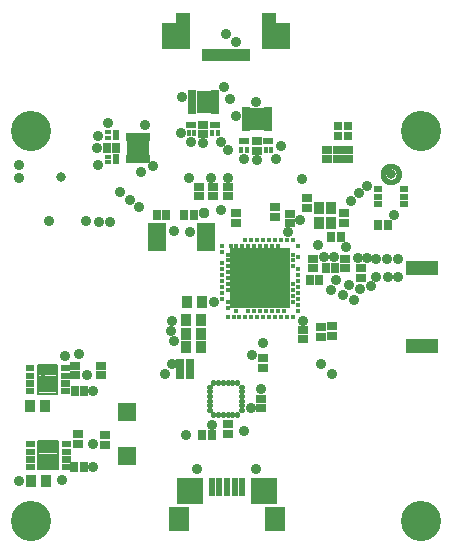
<source format=gts>
G75*
%MOIN*%
%OFA0B0*%
%FSLAX25Y25*%
%IPPOS*%
%LPD*%
%AMOC8*
5,1,8,0,0,1.08239X$1,22.5*
%
%ADD10C,0.13398*%
%ADD11R,0.03556X0.04343*%
%ADD12R,0.03556X0.02769*%
%ADD13C,0.00710*%
%ADD14C,0.00198*%
%ADD15R,0.02572X0.02572*%
%ADD16R,0.09068X0.08674*%
%ADD17R,0.07099X0.08280*%
%ADD18R,0.02375X0.06115*%
%ADD19R,0.01981X0.03950*%
%ADD20R,0.04528X0.08661*%
%ADD21R,0.05118X0.12008*%
%ADD22R,0.07493X0.04737*%
%ADD23R,0.01981X0.02769*%
%ADD24R,0.04737X0.07493*%
%ADD25R,0.02769X0.01981*%
%ADD26C,0.03162*%
%ADD27R,0.03162X0.02375*%
%ADD28C,0.01772*%
%ADD29R,0.01194X0.01194*%
%ADD30R,0.02769X0.03556*%
%ADD31R,0.10800X0.04800*%
%ADD32R,0.03556X0.03950*%
%ADD33C,0.01587*%
%ADD34R,0.19894X0.19894*%
%ADD35R,0.05918X0.09461*%
%ADD36C,0.01587*%
%ADD37R,0.02375X0.01784*%
%ADD38R,0.02375X0.03556*%
%ADD39R,0.01784X0.02375*%
%ADD40R,0.03556X0.02375*%
%ADD41R,0.06312X0.06312*%
%ADD42C,0.02800*%
%ADD43C,0.03600*%
%ADD44C,0.02780*%
%ADD45C,0.03580*%
%ADD46C,0.02900*%
%ADD47C,0.03700*%
D10*
X0010000Y0010000D03*
X0140000Y0010000D03*
X0140000Y0140000D03*
X0010000Y0140000D03*
D11*
X0015030Y0023357D03*
X0009912Y0023357D03*
X0062017Y0082949D03*
X0067135Y0082949D03*
X0061717Y0067959D03*
X0066835Y0067959D03*
X0061623Y0077011D03*
X0066741Y0077011D03*
X0061671Y0072272D03*
X0066789Y0072272D03*
X0014677Y0048157D03*
X0009559Y0048157D03*
D12*
X0034734Y0038469D03*
X0034734Y0035319D03*
X0025588Y0038851D03*
X0025588Y0035701D03*
X0102131Y0117510D03*
X0102131Y0114361D03*
X0114302Y0112412D03*
X0114302Y0109263D03*
X0104111Y0097286D03*
X0104111Y0094137D03*
X0114850Y0097286D03*
X0114850Y0094136D03*
X0066013Y0121336D03*
X0066013Y0118187D03*
X0087413Y0061037D03*
X0087413Y0064186D03*
X0100725Y0070420D03*
X0100725Y0073569D03*
X0096223Y0112315D03*
X0096223Y0109166D03*
X0078420Y0109346D03*
X0078420Y0112496D03*
X0075813Y0121336D03*
X0075813Y0118187D03*
X0070813Y0121336D03*
X0070813Y0118187D03*
X0091351Y0114520D03*
X0091351Y0111370D03*
X0119923Y0091016D03*
X0119923Y0094165D03*
X0115823Y0130563D03*
X0115823Y0133713D03*
X0108724Y0130583D03*
X0108724Y0133732D03*
X0112445Y0130567D03*
X0112445Y0133717D03*
X0106693Y0071260D03*
X0106693Y0074409D03*
X0110236Y0071654D03*
X0110236Y0074803D03*
X0086697Y0050602D03*
X0086697Y0047453D03*
X0075642Y0039008D03*
X0075642Y0042157D03*
X0067445Y0142043D03*
X0067445Y0138894D03*
X0085217Y0136512D03*
X0085217Y0133362D03*
X0033248Y0061693D03*
X0033248Y0058543D03*
X0024776Y0061571D03*
X0024776Y0058421D03*
D13*
X0018905Y0027088D02*
X0012517Y0027088D01*
X0012517Y0036626D01*
X0018905Y0036626D01*
X0018905Y0027088D01*
X0018905Y0027797D02*
X0012517Y0027797D01*
X0012517Y0028506D02*
X0018905Y0028506D01*
X0018905Y0029215D02*
X0012517Y0029215D01*
X0012517Y0029924D02*
X0018905Y0029924D01*
X0018905Y0030633D02*
X0012517Y0030633D01*
X0012517Y0031342D02*
X0018905Y0031342D01*
X0018905Y0032051D02*
X0012517Y0032051D01*
X0012517Y0032760D02*
X0018905Y0032760D01*
X0018905Y0033469D02*
X0012517Y0033469D01*
X0012517Y0034178D02*
X0018905Y0034178D01*
X0018905Y0034887D02*
X0012517Y0034887D01*
X0012517Y0035596D02*
X0018905Y0035596D01*
X0018905Y0036305D02*
X0012517Y0036305D01*
X0018677Y0052377D02*
X0012289Y0052377D01*
X0012289Y0061915D01*
X0018677Y0061915D01*
X0018677Y0052377D01*
X0018677Y0053086D02*
X0012289Y0053086D01*
X0012289Y0053795D02*
X0018677Y0053795D01*
X0018677Y0054504D02*
X0012289Y0054504D01*
X0012289Y0055213D02*
X0018677Y0055213D01*
X0018677Y0055922D02*
X0012289Y0055922D01*
X0012289Y0056631D02*
X0018677Y0056631D01*
X0018677Y0057340D02*
X0012289Y0057340D01*
X0012289Y0058049D02*
X0018677Y0058049D01*
X0018677Y0058758D02*
X0012289Y0058758D01*
X0012289Y0059467D02*
X0018677Y0059467D01*
X0018677Y0060176D02*
X0012289Y0060176D01*
X0012289Y0060885D02*
X0018677Y0060885D01*
X0018677Y0061594D02*
X0012289Y0061594D01*
D14*
X0011091Y0034805D02*
X0008521Y0034805D01*
X0008521Y0036587D01*
X0011091Y0036587D01*
X0011091Y0034805D01*
X0011091Y0035002D02*
X0008521Y0035002D01*
X0008521Y0035199D02*
X0011091Y0035199D01*
X0011091Y0035396D02*
X0008521Y0035396D01*
X0008521Y0035593D02*
X0011091Y0035593D01*
X0011091Y0035790D02*
X0008521Y0035790D01*
X0008521Y0035987D02*
X0011091Y0035987D01*
X0011091Y0036184D02*
X0008521Y0036184D01*
X0008521Y0036381D02*
X0011091Y0036381D01*
X0011091Y0036578D02*
X0008521Y0036578D01*
X0011091Y0032246D02*
X0008521Y0032246D01*
X0008521Y0034028D01*
X0011091Y0034028D01*
X0011091Y0032246D01*
X0011091Y0032443D02*
X0008521Y0032443D01*
X0008521Y0032640D02*
X0011091Y0032640D01*
X0011091Y0032837D02*
X0008521Y0032837D01*
X0008521Y0033034D02*
X0011091Y0033034D01*
X0011091Y0033231D02*
X0008521Y0033231D01*
X0008521Y0033428D02*
X0011091Y0033428D01*
X0011091Y0033625D02*
X0008521Y0033625D01*
X0008521Y0033822D02*
X0011091Y0033822D01*
X0011091Y0034019D02*
X0008521Y0034019D01*
X0011091Y0029687D02*
X0008521Y0029687D01*
X0008521Y0031469D01*
X0011091Y0031469D01*
X0011091Y0029687D01*
X0011091Y0029884D02*
X0008521Y0029884D01*
X0008521Y0030081D02*
X0011091Y0030081D01*
X0011091Y0030278D02*
X0008521Y0030278D01*
X0008521Y0030475D02*
X0011091Y0030475D01*
X0011091Y0030672D02*
X0008521Y0030672D01*
X0008521Y0030869D02*
X0011091Y0030869D01*
X0011091Y0031066D02*
X0008521Y0031066D01*
X0008521Y0031263D02*
X0011091Y0031263D01*
X0011091Y0031460D02*
X0008521Y0031460D01*
X0011091Y0027128D02*
X0008521Y0027128D01*
X0008521Y0028910D01*
X0011091Y0028910D01*
X0011091Y0027128D01*
X0011091Y0027325D02*
X0008521Y0027325D01*
X0008521Y0027522D02*
X0011091Y0027522D01*
X0011091Y0027719D02*
X0008521Y0027719D01*
X0008521Y0027916D02*
X0011091Y0027916D01*
X0011091Y0028113D02*
X0008521Y0028113D01*
X0008521Y0028310D02*
X0011091Y0028310D01*
X0011091Y0028507D02*
X0008521Y0028507D01*
X0008521Y0028704D02*
X0011091Y0028704D01*
X0011091Y0028901D02*
X0008521Y0028901D01*
X0022902Y0027128D02*
X0020332Y0027128D01*
X0020332Y0028910D01*
X0022902Y0028910D01*
X0022902Y0027128D01*
X0022902Y0027325D02*
X0020332Y0027325D01*
X0020332Y0027522D02*
X0022902Y0027522D01*
X0022902Y0027719D02*
X0020332Y0027719D01*
X0020332Y0027916D02*
X0022902Y0027916D01*
X0022902Y0028113D02*
X0020332Y0028113D01*
X0020332Y0028310D02*
X0022902Y0028310D01*
X0022902Y0028507D02*
X0020332Y0028507D01*
X0020332Y0028704D02*
X0022902Y0028704D01*
X0022902Y0028901D02*
X0020332Y0028901D01*
X0022902Y0029687D02*
X0020332Y0029687D01*
X0020332Y0031469D01*
X0022902Y0031469D01*
X0022902Y0029687D01*
X0022902Y0029884D02*
X0020332Y0029884D01*
X0020332Y0030081D02*
X0022902Y0030081D01*
X0022902Y0030278D02*
X0020332Y0030278D01*
X0020332Y0030475D02*
X0022902Y0030475D01*
X0022902Y0030672D02*
X0020332Y0030672D01*
X0020332Y0030869D02*
X0022902Y0030869D01*
X0022902Y0031066D02*
X0020332Y0031066D01*
X0020332Y0031263D02*
X0022902Y0031263D01*
X0022902Y0031460D02*
X0020332Y0031460D01*
X0022902Y0032246D02*
X0020332Y0032246D01*
X0020332Y0034028D01*
X0022902Y0034028D01*
X0022902Y0032246D01*
X0022902Y0032443D02*
X0020332Y0032443D01*
X0020332Y0032640D02*
X0022902Y0032640D01*
X0022902Y0032837D02*
X0020332Y0032837D01*
X0020332Y0033034D02*
X0022902Y0033034D01*
X0022902Y0033231D02*
X0020332Y0033231D01*
X0020332Y0033428D02*
X0022902Y0033428D01*
X0022902Y0033625D02*
X0020332Y0033625D01*
X0020332Y0033822D02*
X0022902Y0033822D01*
X0022902Y0034019D02*
X0020332Y0034019D01*
X0022902Y0034805D02*
X0020332Y0034805D01*
X0020332Y0036587D01*
X0022902Y0036587D01*
X0022902Y0034805D01*
X0022902Y0035002D02*
X0020332Y0035002D01*
X0020332Y0035199D02*
X0022902Y0035199D01*
X0022902Y0035396D02*
X0020332Y0035396D01*
X0020332Y0035593D02*
X0022902Y0035593D01*
X0022902Y0035790D02*
X0020332Y0035790D01*
X0020332Y0035987D02*
X0022902Y0035987D01*
X0022902Y0036184D02*
X0020332Y0036184D01*
X0020332Y0036381D02*
X0022902Y0036381D01*
X0022902Y0036578D02*
X0020332Y0036578D01*
X0010863Y0060093D02*
X0008293Y0060093D01*
X0008293Y0061875D01*
X0010863Y0061875D01*
X0010863Y0060093D01*
X0010863Y0060290D02*
X0008293Y0060290D01*
X0008293Y0060487D02*
X0010863Y0060487D01*
X0010863Y0060684D02*
X0008293Y0060684D01*
X0008293Y0060881D02*
X0010863Y0060881D01*
X0010863Y0061078D02*
X0008293Y0061078D01*
X0008293Y0061275D02*
X0010863Y0061275D01*
X0010863Y0061472D02*
X0008293Y0061472D01*
X0008293Y0061669D02*
X0010863Y0061669D01*
X0010863Y0061866D02*
X0008293Y0061866D01*
X0010863Y0057534D02*
X0008293Y0057534D01*
X0008293Y0059316D01*
X0010863Y0059316D01*
X0010863Y0057534D01*
X0010863Y0057731D02*
X0008293Y0057731D01*
X0008293Y0057928D02*
X0010863Y0057928D01*
X0010863Y0058125D02*
X0008293Y0058125D01*
X0008293Y0058322D02*
X0010863Y0058322D01*
X0010863Y0058519D02*
X0008293Y0058519D01*
X0008293Y0058716D02*
X0010863Y0058716D01*
X0010863Y0058913D02*
X0008293Y0058913D01*
X0008293Y0059110D02*
X0010863Y0059110D01*
X0010863Y0059307D02*
X0008293Y0059307D01*
X0010863Y0054975D02*
X0008293Y0054975D01*
X0008293Y0056757D01*
X0010863Y0056757D01*
X0010863Y0054975D01*
X0010863Y0055172D02*
X0008293Y0055172D01*
X0008293Y0055369D02*
X0010863Y0055369D01*
X0010863Y0055566D02*
X0008293Y0055566D01*
X0008293Y0055763D02*
X0010863Y0055763D01*
X0010863Y0055960D02*
X0008293Y0055960D01*
X0008293Y0056157D02*
X0010863Y0056157D01*
X0010863Y0056354D02*
X0008293Y0056354D01*
X0008293Y0056551D02*
X0010863Y0056551D01*
X0010863Y0056748D02*
X0008293Y0056748D01*
X0010863Y0052416D02*
X0008293Y0052416D01*
X0008293Y0054198D01*
X0010863Y0054198D01*
X0010863Y0052416D01*
X0010863Y0052613D02*
X0008293Y0052613D01*
X0008293Y0052810D02*
X0010863Y0052810D01*
X0010863Y0053007D02*
X0008293Y0053007D01*
X0008293Y0053204D02*
X0010863Y0053204D01*
X0010863Y0053401D02*
X0008293Y0053401D01*
X0008293Y0053598D02*
X0010863Y0053598D01*
X0010863Y0053795D02*
X0008293Y0053795D01*
X0008293Y0053992D02*
X0010863Y0053992D01*
X0010863Y0054189D02*
X0008293Y0054189D01*
X0022674Y0052416D02*
X0020104Y0052416D01*
X0020104Y0054198D01*
X0022674Y0054198D01*
X0022674Y0052416D01*
X0022674Y0052613D02*
X0020104Y0052613D01*
X0020104Y0052810D02*
X0022674Y0052810D01*
X0022674Y0053007D02*
X0020104Y0053007D01*
X0020104Y0053204D02*
X0022674Y0053204D01*
X0022674Y0053401D02*
X0020104Y0053401D01*
X0020104Y0053598D02*
X0022674Y0053598D01*
X0022674Y0053795D02*
X0020104Y0053795D01*
X0020104Y0053992D02*
X0022674Y0053992D01*
X0022674Y0054189D02*
X0020104Y0054189D01*
X0022674Y0054975D02*
X0020104Y0054975D01*
X0020104Y0056757D01*
X0022674Y0056757D01*
X0022674Y0054975D01*
X0022674Y0055172D02*
X0020104Y0055172D01*
X0020104Y0055369D02*
X0022674Y0055369D01*
X0022674Y0055566D02*
X0020104Y0055566D01*
X0020104Y0055763D02*
X0022674Y0055763D01*
X0022674Y0055960D02*
X0020104Y0055960D01*
X0020104Y0056157D02*
X0022674Y0056157D01*
X0022674Y0056354D02*
X0020104Y0056354D01*
X0020104Y0056551D02*
X0022674Y0056551D01*
X0022674Y0056748D02*
X0020104Y0056748D01*
X0022674Y0057534D02*
X0020104Y0057534D01*
X0020104Y0059316D01*
X0022674Y0059316D01*
X0022674Y0057534D01*
X0022674Y0057731D02*
X0020104Y0057731D01*
X0020104Y0057928D02*
X0022674Y0057928D01*
X0022674Y0058125D02*
X0020104Y0058125D01*
X0020104Y0058322D02*
X0022674Y0058322D01*
X0022674Y0058519D02*
X0020104Y0058519D01*
X0020104Y0058716D02*
X0022674Y0058716D01*
X0022674Y0058913D02*
X0020104Y0058913D01*
X0020104Y0059110D02*
X0022674Y0059110D01*
X0022674Y0059307D02*
X0020104Y0059307D01*
X0022674Y0060093D02*
X0020104Y0060093D01*
X0020104Y0061875D01*
X0022674Y0061875D01*
X0022674Y0060093D01*
X0022674Y0060290D02*
X0020104Y0060290D01*
X0020104Y0060487D02*
X0022674Y0060487D01*
X0022674Y0060684D02*
X0020104Y0060684D01*
X0020104Y0060881D02*
X0022674Y0060881D01*
X0022674Y0061078D02*
X0020104Y0061078D01*
X0020104Y0061275D02*
X0022674Y0061275D01*
X0022674Y0061472D02*
X0020104Y0061472D01*
X0020104Y0061669D02*
X0022674Y0061669D01*
X0022674Y0061866D02*
X0020104Y0061866D01*
D15*
X0115810Y0141579D03*
X0115810Y0138232D03*
X0112463Y0138232D03*
X0112463Y0141579D03*
D16*
X0063189Y0019970D03*
X0087598Y0019970D03*
D17*
X0059252Y0010718D03*
X0091535Y0010718D03*
D18*
X0070276Y0021250D03*
X0072835Y0021250D03*
X0075394Y0021250D03*
X0077953Y0021250D03*
X0080512Y0021250D03*
D19*
X0081890Y0165157D03*
X0079921Y0165157D03*
X0077953Y0165157D03*
X0075984Y0165157D03*
X0074016Y0165157D03*
X0072047Y0165157D03*
X0070079Y0165157D03*
X0068110Y0165157D03*
D20*
X0056004Y0171457D03*
X0093996Y0171457D03*
D21*
X0060630Y0173130D03*
X0089370Y0173130D03*
D22*
X0045673Y0134217D03*
D23*
X0042720Y0130476D03*
X0044689Y0130476D03*
X0046657Y0130476D03*
X0048626Y0130476D03*
X0048626Y0137957D03*
X0046657Y0137957D03*
X0044689Y0137957D03*
X0042720Y0137957D03*
D24*
X0067610Y0149583D03*
X0085390Y0143846D03*
D25*
X0071350Y0146630D03*
X0071350Y0148598D03*
X0071350Y0150567D03*
X0071350Y0152535D03*
X0063870Y0152535D03*
X0063870Y0150567D03*
X0063870Y0148598D03*
X0063870Y0146630D03*
X0089130Y0140894D03*
X0089130Y0142862D03*
X0089130Y0144831D03*
X0089130Y0146799D03*
X0081650Y0146799D03*
X0081650Y0144831D03*
X0081650Y0142862D03*
X0081650Y0140894D03*
D26*
X0020000Y0124579D03*
X0130000Y0125579D03*
D27*
X0125768Y0120559D03*
X0125768Y0118000D03*
X0125768Y0115441D03*
X0134232Y0115441D03*
X0134232Y0118000D03*
X0134232Y0120559D03*
D28*
X0127343Y0125579D02*
X0127345Y0125682D01*
X0127351Y0125785D01*
X0127361Y0125887D01*
X0127375Y0125990D01*
X0127393Y0126091D01*
X0127415Y0126192D01*
X0127440Y0126292D01*
X0127470Y0126390D01*
X0127503Y0126488D01*
X0127540Y0126584D01*
X0127581Y0126678D01*
X0127626Y0126771D01*
X0127674Y0126863D01*
X0127725Y0126952D01*
X0127780Y0127039D01*
X0127838Y0127124D01*
X0127900Y0127207D01*
X0127965Y0127287D01*
X0128032Y0127365D01*
X0128103Y0127439D01*
X0128177Y0127512D01*
X0128253Y0127581D01*
X0128332Y0127647D01*
X0128413Y0127710D01*
X0128497Y0127770D01*
X0128583Y0127827D01*
X0128671Y0127880D01*
X0128762Y0127930D01*
X0128854Y0127976D01*
X0128948Y0128019D01*
X0129043Y0128058D01*
X0129140Y0128093D01*
X0129238Y0128124D01*
X0129337Y0128152D01*
X0129438Y0128176D01*
X0129539Y0128196D01*
X0129640Y0128212D01*
X0129743Y0128224D01*
X0129846Y0128232D01*
X0129948Y0128236D01*
X0130052Y0128236D01*
X0130154Y0128232D01*
X0130257Y0128224D01*
X0130360Y0128212D01*
X0130461Y0128196D01*
X0130562Y0128176D01*
X0130663Y0128152D01*
X0130762Y0128124D01*
X0130860Y0128093D01*
X0130957Y0128058D01*
X0131052Y0128019D01*
X0131146Y0127976D01*
X0131238Y0127930D01*
X0131328Y0127880D01*
X0131417Y0127827D01*
X0131503Y0127770D01*
X0131587Y0127710D01*
X0131668Y0127647D01*
X0131747Y0127581D01*
X0131823Y0127512D01*
X0131897Y0127439D01*
X0131968Y0127365D01*
X0132035Y0127287D01*
X0132100Y0127207D01*
X0132162Y0127124D01*
X0132220Y0127039D01*
X0132275Y0126952D01*
X0132326Y0126863D01*
X0132374Y0126771D01*
X0132419Y0126678D01*
X0132460Y0126584D01*
X0132497Y0126488D01*
X0132530Y0126390D01*
X0132560Y0126292D01*
X0132585Y0126192D01*
X0132607Y0126091D01*
X0132625Y0125990D01*
X0132639Y0125887D01*
X0132649Y0125785D01*
X0132655Y0125682D01*
X0132657Y0125579D01*
X0132655Y0125476D01*
X0132649Y0125373D01*
X0132639Y0125271D01*
X0132625Y0125168D01*
X0132607Y0125067D01*
X0132585Y0124966D01*
X0132560Y0124866D01*
X0132530Y0124768D01*
X0132497Y0124670D01*
X0132460Y0124574D01*
X0132419Y0124480D01*
X0132374Y0124387D01*
X0132326Y0124295D01*
X0132275Y0124206D01*
X0132220Y0124119D01*
X0132162Y0124034D01*
X0132100Y0123951D01*
X0132035Y0123871D01*
X0131968Y0123793D01*
X0131897Y0123719D01*
X0131823Y0123646D01*
X0131747Y0123577D01*
X0131668Y0123511D01*
X0131587Y0123448D01*
X0131503Y0123388D01*
X0131417Y0123331D01*
X0131329Y0123278D01*
X0131238Y0123228D01*
X0131146Y0123182D01*
X0131052Y0123139D01*
X0130957Y0123100D01*
X0130860Y0123065D01*
X0130762Y0123034D01*
X0130663Y0123006D01*
X0130562Y0122982D01*
X0130461Y0122962D01*
X0130360Y0122946D01*
X0130257Y0122934D01*
X0130154Y0122926D01*
X0130052Y0122922D01*
X0129948Y0122922D01*
X0129846Y0122926D01*
X0129743Y0122934D01*
X0129640Y0122946D01*
X0129539Y0122962D01*
X0129438Y0122982D01*
X0129337Y0123006D01*
X0129238Y0123034D01*
X0129140Y0123065D01*
X0129043Y0123100D01*
X0128948Y0123139D01*
X0128854Y0123182D01*
X0128762Y0123228D01*
X0128672Y0123278D01*
X0128583Y0123331D01*
X0128497Y0123388D01*
X0128413Y0123448D01*
X0128332Y0123511D01*
X0128253Y0123577D01*
X0128177Y0123646D01*
X0128103Y0123719D01*
X0128032Y0123793D01*
X0127965Y0123871D01*
X0127900Y0123951D01*
X0127838Y0124034D01*
X0127780Y0124119D01*
X0127725Y0124206D01*
X0127674Y0124295D01*
X0127626Y0124387D01*
X0127581Y0124480D01*
X0127540Y0124574D01*
X0127503Y0124670D01*
X0127470Y0124768D01*
X0127440Y0124866D01*
X0127415Y0124966D01*
X0127393Y0125067D01*
X0127375Y0125168D01*
X0127361Y0125271D01*
X0127351Y0125373D01*
X0127345Y0125476D01*
X0127343Y0125579D01*
D29*
X0130000Y0128236D03*
X0130000Y0122724D03*
X0132756Y0125480D03*
X0127244Y0125874D03*
D30*
X0128913Y0108461D03*
X0125764Y0108461D03*
X0106123Y0090346D03*
X0102973Y0090346D03*
X0055112Y0111785D03*
X0051963Y0111785D03*
X0061069Y0111761D03*
X0064219Y0111761D03*
X0113323Y0104410D03*
X0110173Y0104410D03*
X0108293Y0094134D03*
X0111443Y0094134D03*
X0024433Y0028055D03*
X0027583Y0028055D03*
X0062976Y0058799D03*
X0059827Y0058799D03*
X0062992Y0062181D03*
X0059843Y0062181D03*
X0067130Y0038551D03*
X0070280Y0038551D03*
X0038433Y0134303D03*
X0035283Y0134303D03*
X0024720Y0053295D03*
X0027870Y0053295D03*
D31*
X0140225Y0094174D03*
X0140225Y0068174D03*
D32*
X0109902Y0114372D03*
X0105965Y0114372D03*
X0109902Y0109254D03*
X0105965Y0109254D03*
D33*
X0083461Y0103657D03*
X0085429Y0103657D03*
X0081492Y0103657D03*
X0086413Y0101688D03*
X0084445Y0101688D03*
X0082476Y0101688D03*
X0080508Y0101688D03*
X0078539Y0101688D03*
X0076571Y0101688D03*
X0073618Y0101688D03*
X0073618Y0099720D03*
X0075587Y0098735D03*
X0075587Y0096767D03*
X0073618Y0095783D03*
X0075587Y0094798D03*
X0073618Y0093814D03*
X0075587Y0092830D03*
X0073618Y0091846D03*
X0075587Y0090861D03*
X0073618Y0089877D03*
X0075587Y0088893D03*
X0073618Y0087909D03*
X0075587Y0086924D03*
X0073618Y0085940D03*
X0073618Y0083972D03*
X0075587Y0082987D03*
X0075587Y0081019D03*
X0086413Y0080035D03*
X0084445Y0080035D03*
X0082476Y0080035D03*
X0078539Y0080035D03*
X0077555Y0078066D03*
X0075587Y0078066D03*
X0079524Y0078066D03*
X0081492Y0078066D03*
X0083461Y0078066D03*
X0085429Y0078066D03*
X0087398Y0078066D03*
X0088382Y0080035D03*
X0089366Y0078066D03*
X0090350Y0080035D03*
X0091335Y0078066D03*
X0092319Y0080035D03*
X0093303Y0078066D03*
X0094287Y0080035D03*
X0095272Y0078066D03*
X0097240Y0078066D03*
X0099209Y0080035D03*
X0099209Y0082003D03*
X0097240Y0082987D03*
X0099209Y0083972D03*
X0097240Y0084956D03*
X0099209Y0085940D03*
X0097240Y0086924D03*
X0099209Y0087909D03*
X0097240Y0088893D03*
X0099209Y0089877D03*
X0099209Y0091846D03*
X0099209Y0093814D03*
X0097240Y0094798D03*
X0097240Y0096767D03*
X0099209Y0097751D03*
X0097240Y0098735D03*
X0099209Y0101688D03*
X0097240Y0103657D03*
X0095272Y0103657D03*
X0093303Y0103657D03*
X0091335Y0103657D03*
X0089366Y0103657D03*
X0087398Y0103657D03*
X0088382Y0101688D03*
X0090350Y0101688D03*
X0092319Y0101688D03*
D34*
X0086413Y0090861D03*
D35*
X0051946Y0104661D03*
X0068481Y0104661D03*
D36*
X0069685Y0054724D02*
X0069685Y0054724D01*
X0069291Y0054724D01*
X0069291Y0054724D01*
X0069685Y0054724D01*
X0069685Y0053150D02*
X0069685Y0053150D01*
X0069291Y0053150D01*
X0069291Y0053150D01*
X0069685Y0053150D01*
X0069685Y0051575D02*
X0069685Y0051575D01*
X0069291Y0051575D01*
X0069291Y0051575D01*
X0069685Y0051575D01*
X0069685Y0050000D02*
X0069685Y0050000D01*
X0069291Y0050000D01*
X0069291Y0050000D01*
X0069685Y0050000D01*
X0069685Y0048425D02*
X0069685Y0048425D01*
X0069291Y0048425D01*
X0069291Y0048425D01*
X0069685Y0048425D01*
X0069685Y0046850D02*
X0069685Y0046850D01*
X0069291Y0046850D01*
X0069291Y0046850D01*
X0069685Y0046850D01*
X0070866Y0045275D02*
X0070866Y0045275D01*
X0070866Y0045669D01*
X0070866Y0045669D01*
X0070866Y0045275D01*
X0072441Y0045275D02*
X0072441Y0045275D01*
X0072441Y0045669D01*
X0072441Y0045669D01*
X0072441Y0045275D01*
X0074016Y0045275D02*
X0074016Y0045275D01*
X0074016Y0045669D01*
X0074016Y0045669D01*
X0074016Y0045275D01*
X0075591Y0045275D02*
X0075591Y0045275D01*
X0075591Y0045669D01*
X0075591Y0045669D01*
X0075591Y0045275D01*
X0077165Y0045275D02*
X0077165Y0045275D01*
X0077165Y0045669D01*
X0077165Y0045669D01*
X0077165Y0045275D01*
X0078740Y0045275D02*
X0078740Y0045275D01*
X0078740Y0045669D01*
X0078740Y0045669D01*
X0078740Y0045275D01*
X0080315Y0046850D02*
X0080315Y0046850D01*
X0079921Y0046850D01*
X0079921Y0046850D01*
X0080315Y0046850D01*
X0080315Y0048425D02*
X0080315Y0048425D01*
X0079921Y0048425D01*
X0079921Y0048425D01*
X0080315Y0048425D01*
X0080315Y0050000D02*
X0080315Y0050000D01*
X0079921Y0050000D01*
X0079921Y0050000D01*
X0080315Y0050000D01*
X0080315Y0051575D02*
X0080315Y0051575D01*
X0079921Y0051575D01*
X0079921Y0051575D01*
X0080315Y0051575D01*
X0080315Y0053150D02*
X0080315Y0053150D01*
X0079921Y0053150D01*
X0079921Y0053150D01*
X0080315Y0053150D01*
X0080315Y0054724D02*
X0080315Y0054724D01*
X0079921Y0054724D01*
X0079921Y0054724D01*
X0080315Y0054724D01*
X0078740Y0056299D02*
X0078740Y0056299D01*
X0078740Y0055905D01*
X0078740Y0055905D01*
X0078740Y0056299D01*
X0077165Y0055905D02*
X0077165Y0055905D01*
X0077165Y0056299D01*
X0077165Y0056299D01*
X0077165Y0055905D01*
X0075591Y0055905D02*
X0075591Y0055905D01*
X0075591Y0056299D01*
X0075591Y0056299D01*
X0075591Y0055905D01*
X0074016Y0055905D02*
X0074016Y0055905D01*
X0074016Y0056299D01*
X0074016Y0056299D01*
X0074016Y0055905D01*
X0072441Y0055905D02*
X0072441Y0055905D01*
X0072441Y0056299D01*
X0072441Y0056299D01*
X0072441Y0055905D01*
X0070866Y0055905D02*
X0070866Y0055905D01*
X0070866Y0056299D01*
X0070866Y0056299D01*
X0070866Y0055905D01*
D37*
X0035654Y0139472D03*
X0035654Y0137701D03*
X0035677Y0131319D03*
X0035677Y0129547D03*
D38*
X0038409Y0138587D03*
X0038433Y0130433D03*
D39*
X0062602Y0139303D03*
X0064374Y0139303D03*
X0080126Y0133669D03*
X0081898Y0133669D03*
X0070465Y0139307D03*
X0072236Y0139307D03*
X0088295Y0133724D03*
X0090067Y0133724D03*
D40*
X0063488Y0142059D03*
X0081012Y0136425D03*
X0071350Y0142063D03*
X0089181Y0136480D03*
D41*
X0042024Y0046382D03*
X0042024Y0031421D03*
D42*
X0084413Y0092761D03*
X0088413Y0092761D03*
X0084213Y0088561D03*
X0088313Y0088561D03*
X0071085Y0082976D03*
X0087226Y0069197D03*
X0100612Y0076677D03*
X0095652Y0106087D03*
X0073447Y0113685D03*
X0105730Y0101874D03*
D43*
X0084413Y0092761D03*
X0088413Y0092761D03*
X0084213Y0088561D03*
X0088313Y0088561D03*
X0071085Y0082976D03*
X0087226Y0069197D03*
X0100612Y0076677D03*
X0095652Y0106087D03*
X0073447Y0113685D03*
X0105730Y0101874D03*
D44*
X0107874Y0098031D03*
X0111024Y0098031D03*
X0114961Y0101181D03*
X0118898Y0097638D03*
X0122047Y0097638D03*
X0125197Y0097244D03*
X0128740Y0097244D03*
X0132283Y0097244D03*
X0132283Y0091339D03*
X0129134Y0091339D03*
X0125197Y0091339D03*
X0123228Y0088189D03*
X0119685Y0087402D03*
X0116142Y0088583D03*
X0111811Y0090157D03*
X0014283Y0034594D03*
X0017272Y0029409D03*
X0013972Y0059980D03*
X0016961Y0054669D03*
X0056976Y0076488D03*
X0056807Y0073083D03*
X0057602Y0069839D03*
X0081012Y0039811D03*
X0086677Y0053850D03*
X0083717Y0065339D03*
X0025890Y0065539D03*
X0078311Y0144807D03*
X0047902Y0141929D03*
X0081102Y0130673D03*
X0091547Y0130673D03*
X0073390Y0136161D03*
X0063260Y0136161D03*
X0074350Y0154626D03*
X0060217Y0151236D03*
X0050602Y0128323D03*
X0032449Y0138402D03*
X0032378Y0128709D03*
X0062598Y0124173D03*
X0070197Y0124213D03*
X0075709Y0124213D03*
X0057795Y0106417D03*
X0062913Y0106220D03*
X0061811Y0038543D03*
X0085000Y0149488D03*
X0075039Y0172126D03*
X0099803Y0110276D03*
X0100354Y0123976D03*
X0085224Y0130370D03*
X0067461Y0136043D03*
X0076535Y0150638D03*
X0046681Y0126173D03*
X0021417Y0065063D03*
X0006114Y0128681D03*
X0032130Y0134366D03*
X0028642Y0058421D03*
X0030630Y0053295D03*
X0093386Y0135039D03*
X0054661Y0058827D03*
X0110256Y0058799D03*
X0106657Y0062264D03*
X0057004Y0062177D03*
X0078228Y0169646D03*
X0045657Y0134224D03*
X0085469Y0143827D03*
X0067587Y0149543D03*
X0006201Y0124075D03*
X0085177Y0027268D03*
X0065433Y0027201D03*
X0020500Y0023500D03*
X0006185Y0023357D03*
X0117827Y0083598D03*
X0039650Y0119531D03*
X0122016Y0121657D03*
X0113953Y0085083D03*
X0042929Y0117000D03*
X0119382Y0119339D03*
X0110150Y0086917D03*
X0116787Y0116449D03*
X0046055Y0114488D03*
X0030717Y0028024D03*
X0030744Y0035685D03*
X0083315Y0047441D03*
X0070315Y0041744D03*
X0015969Y0109909D03*
X0131106Y0111878D03*
X0036535Y0109531D03*
X0075740Y0133646D03*
X0032748Y0109496D03*
X0059945Y0139303D03*
X0028543Y0109843D03*
X0035654Y0142512D03*
D45*
X0107874Y0098031D03*
X0111024Y0098031D03*
X0114961Y0101181D03*
X0118898Y0097638D03*
X0122047Y0097638D03*
X0125197Y0097244D03*
X0128740Y0097244D03*
X0132283Y0097244D03*
X0132283Y0091339D03*
X0129134Y0091339D03*
X0125197Y0091339D03*
X0123228Y0088189D03*
X0119685Y0087402D03*
X0116142Y0088583D03*
X0111811Y0090157D03*
X0014283Y0034594D03*
X0017272Y0029409D03*
X0013972Y0059980D03*
X0016961Y0054669D03*
X0056976Y0076488D03*
X0056807Y0073083D03*
X0057602Y0069839D03*
X0081012Y0039811D03*
X0086677Y0053850D03*
X0083717Y0065339D03*
X0025890Y0065539D03*
X0078311Y0144807D03*
X0047902Y0141929D03*
X0081102Y0130673D03*
X0091547Y0130673D03*
X0073390Y0136161D03*
X0063260Y0136161D03*
X0074350Y0154626D03*
X0060217Y0151236D03*
X0050602Y0128323D03*
X0032449Y0138402D03*
X0032378Y0128709D03*
X0062598Y0124173D03*
X0070197Y0124213D03*
X0075709Y0124213D03*
X0057795Y0106417D03*
X0062913Y0106220D03*
X0061811Y0038543D03*
X0085000Y0149488D03*
X0075039Y0172126D03*
X0099803Y0110276D03*
X0100354Y0123976D03*
X0085224Y0130370D03*
X0067461Y0136043D03*
X0076535Y0150638D03*
X0046681Y0126173D03*
X0021417Y0065063D03*
X0006114Y0128681D03*
X0032130Y0134366D03*
X0028642Y0058421D03*
X0030630Y0053295D03*
X0093386Y0135039D03*
X0054661Y0058827D03*
X0110256Y0058799D03*
X0106657Y0062264D03*
X0057004Y0062177D03*
X0078228Y0169646D03*
X0045657Y0134224D03*
X0085469Y0143827D03*
X0067587Y0149543D03*
X0006201Y0124075D03*
X0085177Y0027268D03*
X0065433Y0027201D03*
X0020500Y0023500D03*
X0006185Y0023357D03*
X0117827Y0083598D03*
X0039650Y0119531D03*
X0122016Y0121657D03*
X0113953Y0085083D03*
X0042929Y0117000D03*
X0119382Y0119339D03*
X0110150Y0086917D03*
X0116787Y0116449D03*
X0046055Y0114488D03*
X0030717Y0028024D03*
X0030744Y0035685D03*
X0083315Y0047441D03*
X0070315Y0041744D03*
X0015969Y0109909D03*
X0131106Y0111878D03*
X0036535Y0109531D03*
X0075740Y0133646D03*
X0032748Y0109496D03*
X0059945Y0139303D03*
X0028543Y0109843D03*
X0035654Y0142512D03*
D46*
X0067813Y0112661D03*
D47*
X0067813Y0112661D03*
M02*

</source>
